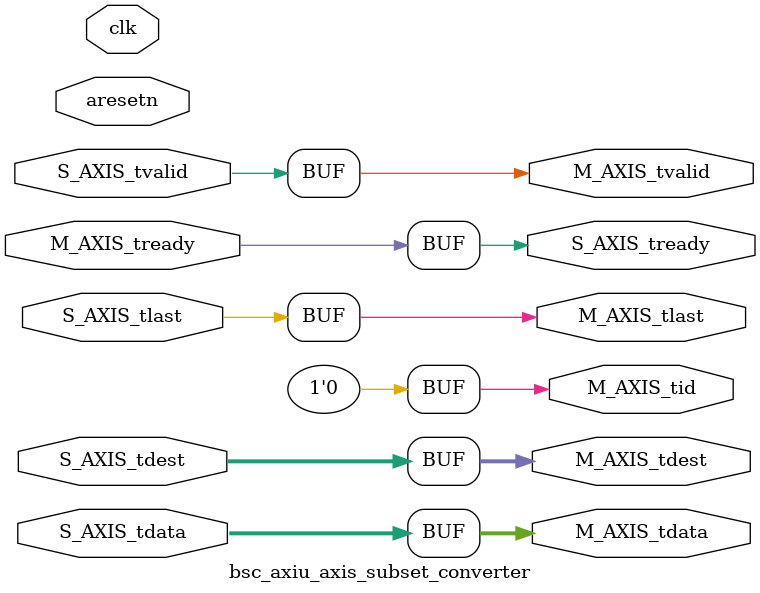
<source format=v>
/*------------------------------------------------------------------------*/
/*    (C) Copyright 2017-2024 Barcelona Supercomputing Center             */
/*                            Centro Nacional de Supercomputacion         */
/*                                                                        */
/*    This file is part of OmpSs@FPGA toolchain.                          */
/*                                                                        */
/*    This code is free software; you can redistribute it and/or modify   */
/*    it under the terms of the GNU Lesser General Public License as      */
/*    published by the Free Software Foundation; either version 3 of      */
/*    the License, or (at your option) any later version.                 */
/*                                                                        */
/*    OmpSs@FPGA toolchain is distributed in the hope that it will be     */
/*    useful, but WITHOUT ANY WARRANTY; without even the implied          */
/*    warranty of MERCHANTABILITY or FITNESS FOR A PARTICULAR PURPOSE.    */
/*    See the GNU Lesser General Public License for more details.         */
/*                                                                        */
/*    You should have received a copy of the GNU Lesser General Public    */
/*    License along with this code. If not, see <www.gnu.org/licenses/>.  */
/*------------------------------------------------------------------------*/

module bsc_axiu_axis_subset_converter #(
    parameter ID_WIDTH = 1,
    parameter [ID_WIDTH-1:0] ID = 0
) (
    input clk,
    input aresetn,

    input [63:0] S_AXIS_tdata,
    input  [1:0] S_AXIS_tdest,
    input        S_AXIS_tlast,
    input        S_AXIS_tvalid,
    input        M_AXIS_tready,

    output         [63:0] M_AXIS_tdata,
    output          [1:0] M_AXIS_tdest,
    output [ID_WIDTH-1:0] M_AXIS_tid,
    output                M_AXIS_tlast,
    output                M_AXIS_tvalid,
    output                S_AXIS_tready
);

    assign M_AXIS_tdata  = S_AXIS_tdata;
    assign M_AXIS_tdest  = S_AXIS_tdest;
    assign M_AXIS_tid    = ID;
    assign M_AXIS_tlast  = S_AXIS_tlast;
    assign M_AXIS_tvalid = S_AXIS_tvalid;
    assign S_AXIS_tready = M_AXIS_tready;

endmodule

</source>
